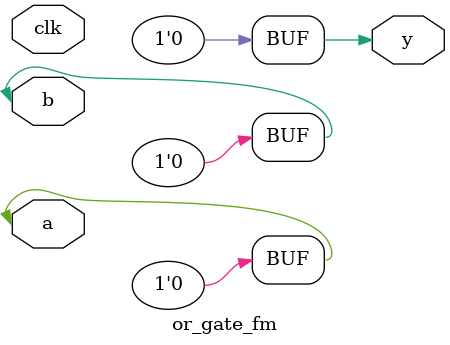
<source format=v>
module or_gate_fm(clk,a,b,y);
    input clk;
    input a,b;
    output y;

    assign a = 1'b0;
    assign b = 1'b0;
    assign y = a | b;
endmodule
</source>
